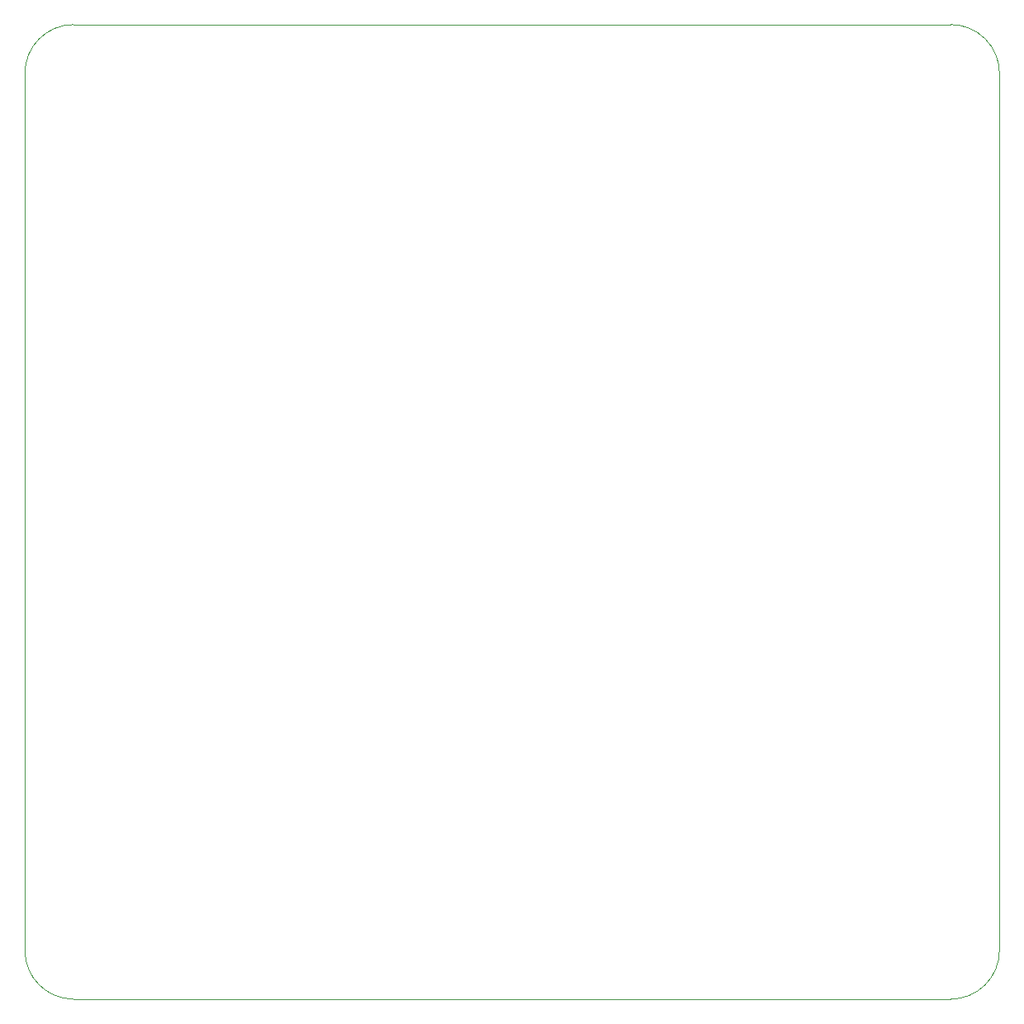
<source format=gbr>
%TF.GenerationSoftware,KiCad,Pcbnew,7.0.6*%
%TF.CreationDate,2024-03-09T23:02:32-07:00*%
%TF.ProjectId,Batt-Power-Prototype-2023_Lucy_V1,42617474-2d50-46f7-9765-722d50726f74,2*%
%TF.SameCoordinates,Original*%
%TF.FileFunction,Profile,NP*%
%FSLAX46Y46*%
G04 Gerber Fmt 4.6, Leading zero omitted, Abs format (unit mm)*
G04 Created by KiCad (PCBNEW 7.0.6) date 2024-03-09 23:02:32*
%MOMM*%
%LPD*%
G01*
G04 APERTURE LIST*
%TA.AperFunction,Profile*%
%ADD10C,0.100000*%
%TD*%
G04 APERTURE END LIST*
D10*
X97525000Y-40850000D02*
G75*
G03*
X92525000Y-45850000I0J-5000000D01*
G01*
X187525000Y-140850000D02*
X97525000Y-140850000D01*
X192525000Y-45850000D02*
G75*
G03*
X187525000Y-40850000I-5000000J0D01*
G01*
X92525000Y-135850000D02*
X92525000Y-45850000D01*
X187525000Y-140850000D02*
G75*
G03*
X192525000Y-135850000I0J5000000D01*
G01*
X92525000Y-135850000D02*
G75*
G03*
X97525000Y-140850000I5000000J0D01*
G01*
X97525000Y-40850000D02*
X187525000Y-40850000D01*
X192525000Y-45850000D02*
X192525000Y-135850000D01*
M02*

</source>
